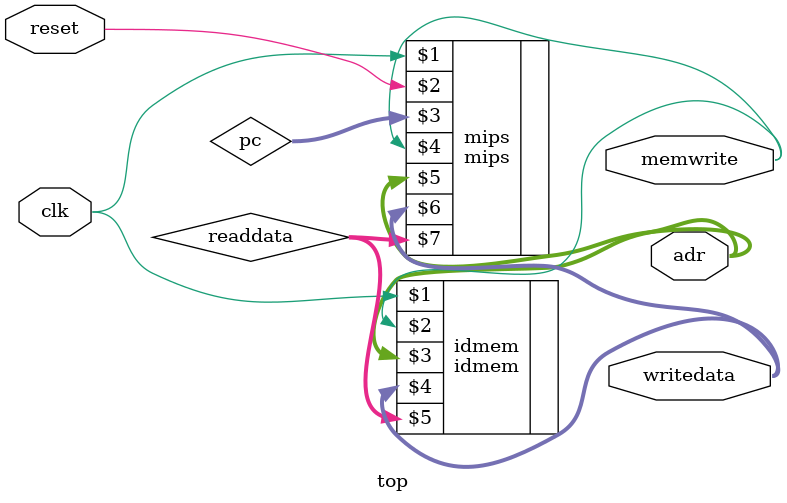
<source format=sv>
`timescale 1ns / 1ps

module top(
    input logic clk, reset,
    output logic[31:0] writedata, adr,
    output logic memwrite
    );
    logic [31:0] pc, readdata;
    mips mips(clk, reset, pc, memwrite, adr, writedata, readdata);
    // imem imem(pc[9:2], readdata);
    // dmem dmem(clk, memwrite, adr, writedata, readdata);
    // idmem idmem(clk, memwrite, dataadr, writedata, readdata, pc[9:2], instr);
    idmem idmem(clk, memwrite, adr, writedata, readdata);
endmodule

</source>
